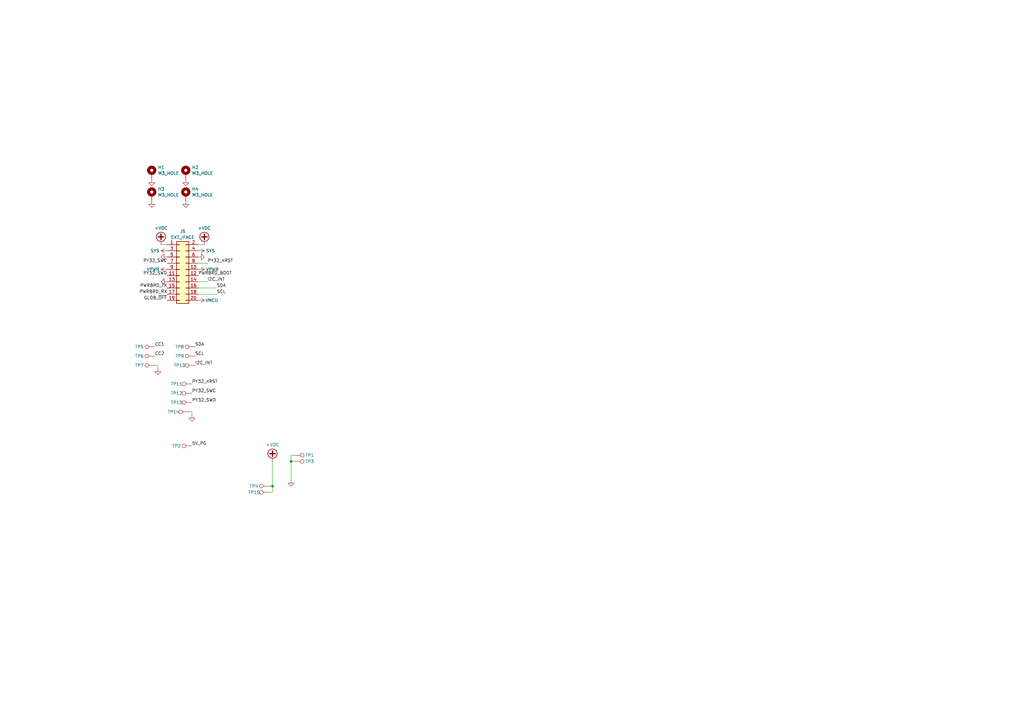
<source format=kicad_sch>
(kicad_sch (version 20231120) (generator "eeschema") (generator_version "8.0")
  (paper "A3")
  (lib_symbols
    (symbol "Connector:TestPoint" (pin_numbers hide) (pin_names (offset 0.762) hide)
      (property "Reference" "TP" (at 0 6.858 0))
      (property "Value" "TestPoint" (at 0 5.08 0))
      (symbol "TestPoint_0_1"
        (circle (center 0 3.302) (radius 0.762))
      )
      (symbol "TestPoint_1_1"
        (pin passive line (at 0 0 90) (length 2.54) (name "1") (number "1"))
      )
    )
    (symbol "Connector_Generic:Conn_02x10_Odd_Even" (pin_names (offset 1.016) hide)
      (property "Reference" "J" (at 1.27 12.7 0))
      (property "Value" "Conn_02x10_Odd_Even" (at 1.27 -15.24 0))
      (symbol "Conn_02x10_Odd_Even_1_1"
        (rectangle (start -1.27 -12.573) (end 0 -12.827) (stroke (width 0.1524)))
        (rectangle (start -1.27 -10.033) (end 0 -10.287) (stroke (width 0.1524)))
        (rectangle (start -1.27 -7.493) (end 0 -7.747) (stroke (width 0.1524)))
        (rectangle (start -1.27 -4.953) (end 0 -5.207) (stroke (width 0.1524)))
        (rectangle (start -1.27 -2.413) (end 0 -2.667) (stroke (width 0.1524)))
        (rectangle (start -1.27 0.127) (end 0 -0.127) (stroke (width 0.1524)))
        (rectangle (start -1.27 2.667) (end 0 2.413) (stroke (width 0.1524)))
        (rectangle (start -1.27 5.207) (end 0 4.953) (stroke (width 0.1524)))
        (rectangle (start -1.27 7.747) (end 0 7.493) (stroke (width 0.1524)))
        (rectangle (start -1.27 10.287) (end 0 10.033) (stroke (width 0.1524)))
        (rectangle (start -1.27 11.43) (end 3.81 -13.97) (stroke (width 0.254)) (fill (type background)))
        (rectangle (start 3.81 -12.573) (end 2.54 -12.827) (stroke (width 0.1524)))
        (rectangle (start 3.81 -10.033) (end 2.54 -10.287) (stroke (width 0.1524)))
        (rectangle (start 3.81 -7.493) (end 2.54 -7.747) (stroke (width 0.1524)))
        (rectangle (start 3.81 -4.953) (end 2.54 -5.207) (stroke (width 0.1524)))
        (rectangle (start 3.81 -2.413) (end 2.54 -2.667) (stroke (width 0.1524)))
        (rectangle (start 3.81 0.127) (end 2.54 -0.127) (stroke (width 0.1524)))
        (rectangle (start 3.81 2.667) (end 2.54 2.413) (stroke (width 0.1524)))
        (rectangle (start 3.81 5.207) (end 2.54 4.953) (stroke (width 0.1524)))
        (rectangle (start 3.81 7.747) (end 2.54 7.493) (stroke (width 0.1524)))
        (rectangle (start 3.81 10.287) (end 2.54 10.033) (stroke (width 0.1524)))
        (pin passive line (at -5.08 10.16 0) (length 3.81) (name "Pin_1") (number "1"))
        (pin passive line (at 7.62 0 180) (length 3.81) (name "Pin_10") (number "10"))
        (pin passive line (at -5.08 -2.54 0) (length 3.81) (name "Pin_11") (number "11"))
        (pin passive line (at 7.62 -2.54 180) (length 3.81) (name "Pin_12") (number "12"))
        (pin passive line (at -5.08 -5.08 0) (length 3.81) (name "Pin_13") (number "13"))
        (pin passive line (at 7.62 -5.08 180) (length 3.81) (name "Pin_14") (number "14"))
        (pin passive line (at -5.08 -7.62 0) (length 3.81) (name "Pin_15") (number "15"))
        (pin passive line (at 7.62 -7.62 180) (length 3.81) (name "Pin_16") (number "16"))
        (pin passive line (at -5.08 -10.16 0) (length 3.81) (name "Pin_17") (number "17"))
        (pin passive line (at 7.62 -10.16 180) (length 3.81) (name "Pin_18") (number "18"))
        (pin passive line (at -5.08 -12.7 0) (length 3.81) (name "Pin_19") (number "19"))
        (pin passive line (at 7.62 10.16 180) (length 3.81) (name "Pin_2") (number "2"))
        (pin passive line (at 7.62 -12.7 180) (length 3.81) (name "Pin_20") (number "20"))
        (pin passive line (at -5.08 7.62 0) (length 3.81) (name "Pin_3") (number "3"))
        (pin passive line (at 7.62 7.62 180) (length 3.81) (name "Pin_4") (number "4"))
        (pin passive line (at -5.08 5.08 0) (length 3.81) (name "Pin_5") (number "5"))
        (pin passive line (at 7.62 5.08 180) (length 3.81) (name "Pin_6") (number "6"))
        (pin passive line (at -5.08 2.54 0) (length 3.81) (name "Pin_7") (number "7"))
        (pin passive line (at 7.62 2.54 180) (length 3.81) (name "Pin_8") (number "8"))
        (pin passive line (at -5.08 0 0) (length 3.81) (name "Pin_9") (number "9"))
      )
    )
    (symbol "Mechanical:MountingHole_Pad" (pin_numbers hide) (pin_names (offset 1.016) hide) (exclude_from_sim yes) (in_bom no)
      (property "Reference" "H" (at 0 6.35 0))
      (property "Value" "MountingHole_Pad" (at 0 4.445 0))
      (symbol "MountingHole_Pad_0_1"
        (circle (center 0 1.27) (radius 1.27) (stroke (width 1.27)))
      )
      (symbol "MountingHole_Pad_1_1"
        (pin input line (at 0 -2.54 90) (length 2.54) (name "1") (number "1"))
      )
    )
    (symbol "power:+3.3V" (power) (pin_names (offset 0))
      (property "Value" "+3.3V" (at 0 3.556 0))
      (symbol "+3.3V_0_1"
        (polyline (pts (xy -0.762 1.27) (xy 0 2.54)))
        (polyline (pts (xy 0 0) (xy 0 2.54)))
        (polyline (pts (xy 0 2.54) (xy 0.762 1.27)))
      )
      (symbol "+3.3V_1_1"
        (pin power_in line (at 0 0 90) (length 0) hide (name "+3.3V") (number "1"))
      )
    )
    (symbol "power:+5V" (power) (pin_names (offset 0))
      (property "Value" "+5V" (at 0 3.556 0))
      (symbol "+5V_0_1"
        (polyline (pts (xy -0.762 1.27) (xy 0 2.54)))
        (polyline (pts (xy 0 0) (xy 0 2.54)))
        (polyline (pts (xy 0 2.54) (xy 0.762 1.27)))
      )
      (symbol "+5V_1_1"
        (pin power_in line (at 0 0 90) (length 0) hide (name "+5V") (number "1"))
      )
    )
    (symbol "power:+BATT" (power) (pin_names (offset 0))
      (property "Value" "+BATT" (at 0 3.556 0))
      (symbol "+BATT_0_1"
        (polyline (pts (xy -0.762 1.27) (xy 0 2.54)))
        (polyline (pts (xy 0 0) (xy 0 2.54)))
        (polyline (pts (xy 0 2.54) (xy 0.762 1.27)))
      )
      (symbol "+BATT_1_1"
        (pin power_in line (at 0 0 90) (length 0) hide (name "+BATT") (number "1"))
      )
    )
    (symbol "power:+VDC" (power) (pin_numbers hide) (pin_names (offset 0) hide)
      (property "Value" "+VDC" (at 0 6.35 0))
      (symbol "+VDC_0_1"
        (polyline (pts (xy -1.143 3.175) (xy 1.143 3.175)) (stroke (width 0.508)))
        (polyline (pts (xy 0 0) (xy 0 1.27)))
        (polyline (pts (xy 0 2.032) (xy 0 4.318)) (stroke (width 0.508)))
        (circle (center 0 3.175) (radius 1.905) (stroke (width 0.254)))
      )
      (symbol "+VDC_1_1"
        (pin power_in line (at 0 0 90) (length 0) (name "~") (number "1"))
      )
    )
    (symbol "power:GND" (power) (pin_names (offset 0))
      (property "Value" "GND" (at 0 -3.81 0))
      (symbol "GND_0_1"
        (polyline (pts (xy 0 0) (xy 0 -1.27) (xy 1.27 -1.27) (xy 0 -2.54) (xy -1.27 -1.27) (xy 0 -1.27)))
      )
      (symbol "GND_1_1"
        (pin power_in line (at 0 0 270) (length 0) hide (name "GND") (number "1"))
      )
    )
  )
  (junction (at 119.38 189.23))
  (junction (at 111.76 199.39))
  (wire (pts (xy 111.76 189.23) (xy 111.76 199.39)))
  (wire (pts (xy 68.58 100.33) (xy 66.04 100.33)))
  (wire (pts (xy 119.38 189.23) (xy 120.65 189.23)))
  (wire (pts (xy 81.28 118.11) (xy 88.9 118.11)))
  (wire (pts (xy 83.82 100.33) (xy 81.28 100.33)))
  (wire (pts (xy 110.49 199.39) (xy 111.76 199.39)))
  (wire (pts (xy 64.77 149.86) (xy 63.5 149.86)))
  (wire (pts (xy 119.38 186.69) (xy 120.65 186.69)))
  (wire (pts (xy 85.09 107.95) (xy 81.28 107.95)))
  (wire (pts (xy 81.28 115.57) (xy 85.09 115.57)))
  (wire (pts (xy 64.77 151.13) (xy 64.77 149.86)))
  (wire (pts (xy 119.38 196.85) (xy 119.38 189.23)))
  (wire (pts (xy 78.74 168.91) (xy 77.47 168.91)))
  (wire (pts (xy 119.38 189.23) (xy 119.38 186.69)))
  (wire (pts (xy 110.49 201.93) (xy 111.76 201.93)))
  (wire (pts (xy 81.28 120.65) (xy 88.9 120.65)))
  (wire (pts (xy 111.76 201.93) (xy 111.76 199.39)))
  (wire (pts (xy 78.74 170.18) (xy 78.74 168.91)))
  (label "5V_PG" (at 78.74 182.88 0))
  (label "PWRBRD_RX" (at 68.58 120.65 180))
  (label "PY32_nRST" (at 78.74 157.48 0))
  (label "PY32_SWC" (at 68.58 107.95 180))
  (label "SDA" (at 80.01 142.24 0))
  (label "GLOB_~{OFF}" (at 68.58 123.19 180))
  (label "SDA" (at 88.9 118.11 0))
  (label "PY32_SWD" (at 78.74 165.1 0))
  (label "SCL" (at 88.9 120.65 0))
  (label "PWRBRD_TX" (at 68.58 118.11 180))
  (label "PY32_SWD" (at 68.58 113.03 180))
  (label "PWRBRD_BOOT" (at 81.28 113.03 0))
  (label "I2C_INT" (at 85.09 115.57 0))
  (label "SCL" (at 80.01 146.05 0))
  (label "PY32_nRST" (at 85.09 107.95 0))
  (label "PY32_SWC" (at 78.74 161.29 0))
  (label "I2C_INT" (at 80.01 149.86 0))
  (label "CC1" (at 63.5 142.24 0))
  (label "CC2" (at 63.5 146.05 0))
  (symbol (lib_id "power:GND") (at 76.2 82.55 0) (unit 1)
    (property "Reference" "#PWR0121" (effects (hide yes)))
    (property "Value" "GND" (effects (hide yes)))
  )
  (symbol (lib_id "Connector:TestPoint") (at 78.74 157.48 90) (unit 1)
    (property "Reference" "TP11" (at 72.39 157.48 90))
    (property "Value" "TestPoint" (effects (hide yes)))
    (property "Footprint" "TestPoint:TestPoint_Pad_D1.0mm" (effects (hide yes)))
    (property "Description" "test point" (effects (hide yes)))
  )
  (symbol (lib_id "power:GND") (at 78.74 170.18 0) (unit 1)
    (property "Reference" "#PWR0117" (effects (hide yes)))
    (property "Value" "GND" (effects (hide yes)))
  )
  (symbol (lib_id "Mechanical:MountingHole_Pad") (at 76.2 71.12 0) (unit 1) (exclude_from_sim yes) (in_bom no)
    (property "Reference" "H2" (at 78.74 68.6378 0) (effects (justify left)))
    (property "Value" "M3_HOLE" (at 78.74 71.0621 0) (effects (justify left)))
    (property "Footprint" "MountingHole:MountingHole_3.2mm_M3_DIN965_Pad" (effects (hide yes)))
    (property "Description" "Mounting Hole with connection" (effects (hide yes)))
  )
  (symbol (lib_id "Connector:TestPoint") (at 110.49 199.39 90) (unit 1) (in_bom no)
    (property "Reference" "TP4" (at 104.14 199.39 90))
    (property "Value" "TestPoint" (effects (hide yes)))
    (property "Footprint" "TestPoint:TestPoint_Pad_D2.0mm" (effects (hide yes)))
    (property "Description" "test point" (effects (hide yes)))
  )
  (symbol (lib_id "power:+5V") (at 68.58 110.49 90) (unit 1)
    (property "Reference" "#PWR013" (effects (hide yes)))
    (property "Value" "VPWR" (at 65.405 110.49 90) (effects (justify left)))
  )
  (symbol (lib_id "Connector:TestPoint") (at 63.5 149.86 90) (unit 1)
    (property "Reference" "TP7" (at 57.15 149.86 90))
    (property "Value" "TestPoint" (effects (hide yes)))
    (property "Footprint" "TestPoint:TestPoint_Pad_D1.0mm" (effects (hide yes)))
    (property "Description" "test point" (effects (hide yes)))
  )
  (symbol (lib_id "Connector:TestPoint") (at 78.74 165.1 90) (unit 1)
    (property "Reference" "TP13" (at 72.39 165.1 90))
    (property "Value" "TestPoint" (effects (hide yes)))
    (property "Footprint" "TestPoint:TestPoint_Pad_D1.0mm" (effects (hide yes)))
    (property "Description" "test point" (effects (hide yes)))
  )
  (symbol (lib_id "Mechanical:MountingHole_Pad") (at 62.23 71.12 0) (unit 1) (exclude_from_sim yes) (in_bom no)
    (property "Reference" "H1" (at 64.77 68.6378 0) (effects (justify left)))
    (property "Value" "M3_HOLE" (at 64.77 71.0621 0) (effects (justify left)))
    (property "Footprint" "MountingHole:MountingHole_3.2mm_M3_DIN965_Pad" (effects (hide yes)))
    (property "Description" "Mounting Hole with connection" (effects (hide yes)))
  )
  (symbol (lib_id "power:+5V") (at 81.28 110.49 270) (unit 1)
    (property "Reference" "#PWR014" (effects (hide yes)))
    (property "Value" "VPWR" (at 84.455 110.49 90) (effects (justify left)))
  )
  (symbol (lib_id "power:GND") (at 64.77 151.13 0) (unit 1)
    (property "Reference" "#PWR0109" (effects (hide yes)))
    (property "Value" "GND" (effects (hide yes)))
  )
  (symbol (lib_id "Connector:TestPoint") (at 110.49 201.93 90) (unit 1) (in_bom no)
    (property "Reference" "TP15" (at 104.14 201.93 90))
    (property "Value" "TestPoint" (effects (hide yes)))
    (property "Footprint" "TestPoint:TestPoint_Pad_D2.0mm" (effects (hide yes)))
    (property "Description" "test point" (effects (hide yes)))
  )
  (symbol (lib_id "power:+BATT") (at 68.58 102.87 90) (unit 1)
    (property "Reference" "#PWR027" (effects (hide yes)))
    (property "Value" "SYS" (at 65.405 102.87 90) (effects (justify left)))
  )
  (symbol (lib_id "Connector:TestPoint") (at 120.65 186.69 270) (unit 1)
    (property "Reference" "TP1" (at 127 186.69 90))
    (property "Value" "TestPoint" (effects (hide yes)))
    (property "Footprint" "TestPoint:TestPoint_Pad_D2.0mm" (effects (hide yes)))
    (property "Description" "test point" (effects (hide yes)))
  )
  (symbol (lib_id "Connector:TestPoint") (at 78.74 161.29 90) (unit 1)
    (property "Reference" "TP12" (at 72.39 161.29 90))
    (property "Value" "TestPoint" (effects (hide yes)))
    (property "Footprint" "TestPoint:TestPoint_Pad_D1.0mm" (effects (hide yes)))
    (property "Description" "test point" (effects (hide yes)))
  )
  (symbol (lib_id "power:GND") (at 68.58 105.41 270) (mirror x) (unit 1)
    (property "Reference" "#PWR055" (effects (hide yes)))
    (property "Value" "GND" (effects (hide yes)))
  )
  (symbol (lib_id "Connector:TestPoint") (at 63.5 142.24 90) (unit 1)
    (property "Reference" "TP5" (at 57.15 142.24 90))
    (property "Value" "TestPoint" (effects (hide yes)))
    (property "Footprint" "TestPoint:TestPoint_Pad_D1.0mm" (effects (hide yes)))
    (property "Description" "test point" (effects (hide yes)))
  )
  (symbol (lib_id "Connector_Generic:Conn_02x10_Odd_Even") (at 73.66 110.49 0) (unit 1)
    (property "Reference" "J5" (at 74.93 94.9155 0))
    (property "Value" "EXT_IFACE" (at 74.93 97.3398 0))
    (property "Footprint" "Connector_PinHeader_2.54mm:PinHeader_2x10_P2.54mm_Vertical" (effects (hide yes)))
    (property "Description" "Generic connector, double row, 02x10, odd/even pin numbering scheme (row 1 odd numbers, row 2 even numbers), script generated (kicad-library-utils/schlib/autogen/connector/)" (effects (hide yes)))
  )
  (symbol (lib_id "Connector:TestPoint") (at 120.65 189.23 270) (unit 1) (in_bom no)
    (property "Reference" "TP3" (at 127 189.23 90))
    (property "Value" "TestPoint" (effects (hide yes)))
    (property "Footprint" "TestPoint:TestPoint_Pad_D2.0mm" (effects (hide yes)))
    (property "Description" "test point" (effects (hide yes)))
  )
  (symbol (lib_id "Connector:TestPoint") (at 80.01 142.24 90) (unit 1)
    (property "Reference" "TP8" (at 73.66 142.24 90))
    (property "Value" "TestPoint" (effects (hide yes)))
    (property "Footprint" "TestPoint:TestPoint_Pad_D1.0mm" (effects (hide yes)))
    (property "Description" "test point" (effects (hide yes)))
  )
  (symbol (lib_id "power:GND") (at 68.58 115.57 270) (mirror x) (unit 1)
    (property "Reference" "#PWR056" (effects (hide yes)))
    (property "Value" "GND" (effects (hide yes)))
  )
  (symbol (lib_id "Connector:TestPoint") (at 80.01 146.05 90) (unit 1)
    (property "Reference" "TP9" (at 73.66 146.05 90))
    (property "Value" "TestPoint" (effects (hide yes)))
    (property "Footprint" "TestPoint:TestPoint_Pad_D1.0mm" (effects (hide yes)))
    (property "Description" "test point" (effects (hide yes)))
  )
  (symbol (lib_id "Connector:TestPoint") (at 78.74 182.88 90) (unit 1)
    (property "Reference" "TP2" (at 72.39 182.88 90))
    (property "Value" "TestPoint" (effects (hide yes)))
    (property "Footprint" "TestPoint:TestPoint_Pad_D1.0mm" (effects (hide yes)))
    (property "Description" "test point" (effects (hide yes)))
  )
  (symbol (lib_id "power:+VDC") (at 111.76 189.23 0) (unit 1)
    (property "Reference" "#PWR01" (effects (hide yes)))
    (property "Value" "+VDC" (at 111.76 182.4299 0))
    (property "Description" "Power symbol creates a global label with name \"+VDC\"" (effects (hide yes)))
  )
  (symbol (lib_id "Connector:TestPoint") (at 80.01 149.86 90) (unit 1)
    (property "Reference" "TP10" (at 73.66 149.86 90))
    (property "Value" "TestPoint" (effects (hide yes)))
    (property "Footprint" "TestPoint:TestPoint_Pad_D1.0mm" (effects (hide yes)))
    (property "Description" "test point" (effects (hide yes)))
  )
  (symbol (lib_id "power:+BATT") (at 81.28 102.87 270) (unit 1)
    (property "Reference" "#PWR017" (effects (hide yes)))
    (property "Value" "SYS" (at 84.455 102.87 90) (effects (justify left)))
  )
  (symbol (lib_id "power:GND") (at 62.23 73.66 0) (unit 1)
    (property "Reference" "#PWR0118" (effects (hide yes)))
    (property "Value" "GND" (effects (hide yes)))
  )
  (symbol (lib_id "power:GND") (at 76.2 73.66 0) (unit 1)
    (property "Reference" "#PWR0119" (effects (hide yes)))
    (property "Value" "GND" (effects (hide yes)))
  )
  (symbol (lib_id "power:GND") (at 62.23 82.55 0) (unit 1)
    (property "Reference" "#PWR0120" (effects (hide yes)))
    (property "Value" "GND" (effects (hide yes)))
  )
  (symbol (lib_id "power:+VDC") (at 83.82 100.33 0) (mirror y) (unit 1)
    (property "Reference" "#PWR059" (effects (hide yes)))
    (property "Value" "+VDC" (at 83.82 93.5299 0))
    (property "Description" "Power symbol creates a global label with name \"+VDC\"" (effects (hide yes)))
  )
  (symbol (lib_id "Mechanical:MountingHole_Pad") (at 62.23 80.01 0) (unit 1) (exclude_from_sim yes) (in_bom no)
    (property "Reference" "H3" (at 64.77 77.5278 0) (effects (justify left)))
    (property "Value" "M3_HOLE" (at 64.77 79.9521 0) (effects (justify left)))
    (property "Footprint" "MountingHole:MountingHole_3.2mm_M3_DIN965_Pad" (effects (hide yes)))
    (property "Description" "Mounting Hole with connection" (effects (hide yes)))
  )
  (symbol (lib_id "Connector:TestPoint") (at 77.47 168.91 90) (unit 1)
    (property "Reference" "TP14" (at 71.12 168.91 90))
    (property "Value" "TestPoint" (effects (hide yes)))
    (property "Footprint" "TestPoint:TestPoint_Pad_D1.0mm" (effects (hide yes)))
    (property "Description" "test point" (effects (hide yes)))
  )
  (symbol (lib_id "power:GND") (at 81.28 105.41 90) (mirror x) (unit 1)
    (property "Reference" "#PWR04" (effects (hide yes)))
    (property "Value" "GND" (effects (hide yes)))
  )
  (symbol (lib_id "Connector:TestPoint") (at 63.5 146.05 90) (unit 1)
    (property "Reference" "TP6" (at 57.15 146.05 90))
    (property "Value" "TestPoint" (effects (hide yes)))
    (property "Footprint" "TestPoint:TestPoint_Pad_D1.0mm" (effects (hide yes)))
    (property "Description" "test point" (effects (hide yes)))
  )
  (symbol (lib_id "power:+VDC") (at 66.04 100.33 0) (mirror y) (unit 1)
    (property "Reference" "#PWR060" (effects (hide yes)))
    (property "Value" "+VDC" (at 66.04 93.5299 0))
    (property "Description" "Power symbol creates a global label with name \"+VDC\"" (effects (hide yes)))
  )
  (symbol (lib_id "power:GND") (at 119.38 196.85 0) (mirror y) (unit 1)
    (property "Reference" "#PWR02" (effects (hide yes)))
    (property "Value" "GND" (effects (hide yes)))
  )
  (symbol (lib_id "power:+3.3V") (at 81.28 123.19 270) (unit 1)
    (property "Reference" "#PWR06" (effects (hide yes)))
    (property "Value" "VMCU" (at 86.868 123.19 90))
  )
  (symbol (lib_id "Mechanical:MountingHole_Pad") (at 76.2 80.01 0) (unit 1) (exclude_from_sim yes) (in_bom no)
    (property "Reference" "H4" (at 78.74 77.5278 0) (effects (justify left)))
    (property "Value" "M3_HOLE" (at 78.74 79.9521 0) (effects (justify left)))
    (property "Footprint" "MountingHole:MountingHole_3.2mm_M3_DIN965_Pad" (effects (hide yes)))
    (property "Description" "Mounting Hole with connection" (effects (hide yes)))
  )
)
</source>
